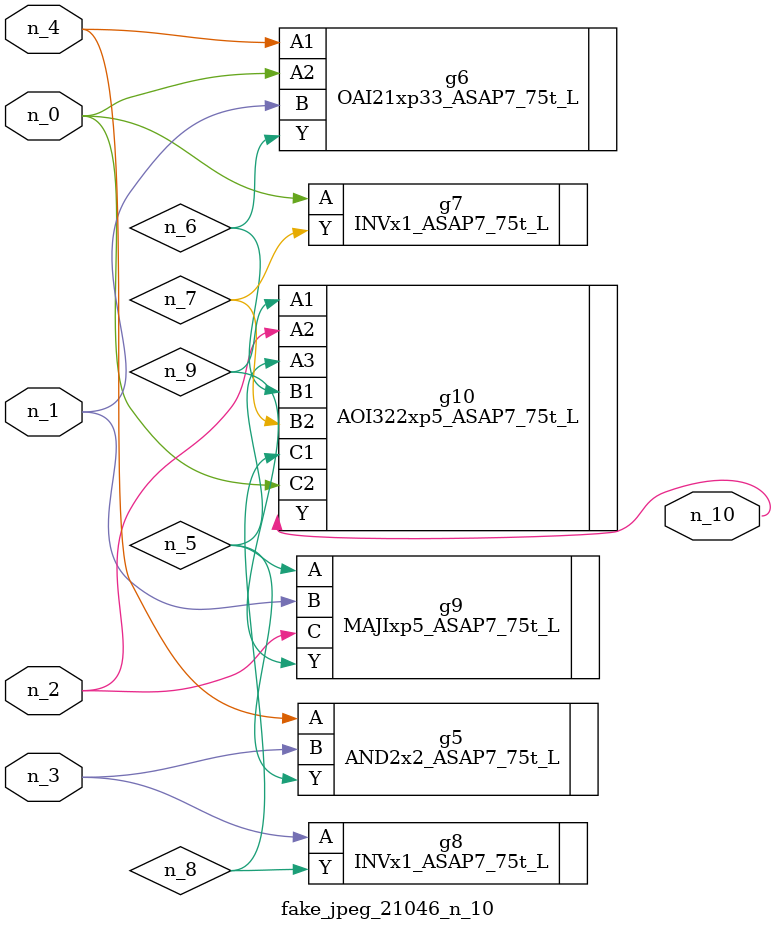
<source format=v>
module fake_jpeg_21046_n_10 (n_3, n_2, n_1, n_0, n_4, n_10);

input n_3;
input n_2;
input n_1;
input n_0;
input n_4;

output n_10;

wire n_8;
wire n_9;
wire n_6;
wire n_5;
wire n_7;

AND2x2_ASAP7_75t_L g5 ( 
.A(n_4),
.B(n_3),
.Y(n_5)
);

OAI21xp33_ASAP7_75t_L g6 ( 
.A1(n_4),
.A2(n_0),
.B(n_1),
.Y(n_6)
);

INVx1_ASAP7_75t_L g7 ( 
.A(n_0),
.Y(n_7)
);

INVx1_ASAP7_75t_L g8 ( 
.A(n_3),
.Y(n_8)
);

MAJIxp5_ASAP7_75t_L g9 ( 
.A(n_5),
.B(n_1),
.C(n_2),
.Y(n_9)
);

AOI322xp5_ASAP7_75t_L g10 ( 
.A1(n_9),
.A2(n_2),
.A3(n_5),
.B1(n_6),
.B2(n_7),
.C1(n_8),
.C2(n_0),
.Y(n_10)
);


endmodule
</source>
